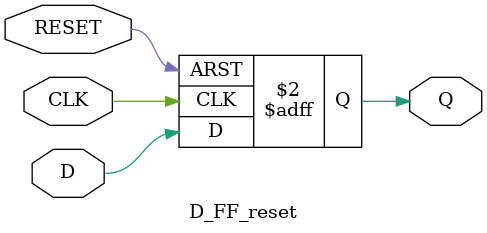
<source format=v>
`timescale 1ns / 1ps


module D_FF_reset(Q, D, CLK,RESET);

	output reg Q;
	input D, CLK, RESET;

	always @(posedge CLK or posedge RESET) begin
		if(RESET)
			Q <= 1'b0;
		else 
			Q <= D;
	end	
endmodule


</source>
